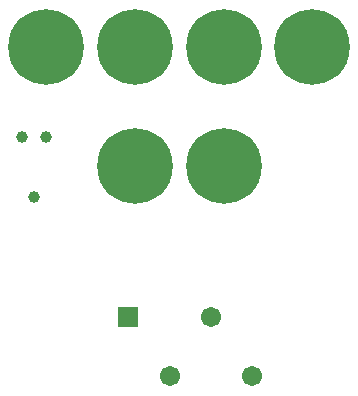
<source format=gbr>
%TF.GenerationSoftware,KiCad,Pcbnew,7.0.6*%
%TF.CreationDate,2023-10-04T19:29:37-04:00*%
%TF.ProjectId,Encoder_Pulse_Generic_ATTINY85,456e636f-6465-4725-9f50-756c73655f47,rev?*%
%TF.SameCoordinates,Original*%
%TF.FileFunction,Soldermask,Bot*%
%TF.FilePolarity,Negative*%
%FSLAX46Y46*%
G04 Gerber Fmt 4.6, Leading zero omitted, Abs format (unit mm)*
G04 Created by KiCad (PCBNEW 7.0.6) date 2023-10-04 19:29:37*
%MOMM*%
%LPD*%
G01*
G04 APERTURE LIST*
G04 Aperture macros list*
%AMRoundRect*
0 Rectangle with rounded corners*
0 $1 Rounding radius*
0 $2 $3 $4 $5 $6 $7 $8 $9 X,Y pos of 4 corners*
0 Add a 4 corners polygon primitive as box body*
4,1,4,$2,$3,$4,$5,$6,$7,$8,$9,$2,$3,0*
0 Add four circle primitives for the rounded corners*
1,1,$1+$1,$2,$3*
1,1,$1+$1,$4,$5*
1,1,$1+$1,$6,$7*
1,1,$1+$1,$8,$9*
0 Add four rect primitives between the rounded corners*
20,1,$1+$1,$2,$3,$4,$5,0*
20,1,$1+$1,$4,$5,$6,$7,0*
20,1,$1+$1,$6,$7,$8,$9,0*
20,1,$1+$1,$8,$9,$2,$3,0*%
G04 Aperture macros list end*
%ADD10C,0.990600*%
%ADD11C,1.712000*%
%ADD12RoundRect,0.102000X-0.754000X-0.754000X0.754000X-0.754000X0.754000X0.754000X-0.754000X0.754000X0*%
%ADD13C,6.400000*%
%ADD14C,3.600000*%
G04 APERTURE END LIST*
D10*
%TO.C,J2*%
X127000000Y-83820000D03*
X124968000Y-83820000D03*
X125984000Y-88900000D03*
%TD*%
D11*
%TO.C,J1*%
X144455138Y-104060000D03*
X140955138Y-99060000D03*
X137455138Y-104060000D03*
D12*
X133955138Y-99060000D03*
%TD*%
D13*
%TO.C,REF\u002A\u002A*%
X142000000Y-86200000D03*
D14*
X142000000Y-86200000D03*
%TD*%
D13*
%TO.C,REF\u002A\u002A*%
X134500000Y-86200000D03*
D14*
X134500000Y-86200000D03*
%TD*%
D13*
%TO.C,REF\u002A\u002A*%
X149500000Y-76200000D03*
D14*
X149500000Y-76200000D03*
%TD*%
D13*
%TO.C,REF\u002A\u002A*%
X142000000Y-76200000D03*
D14*
X142000000Y-76200000D03*
%TD*%
D13*
%TO.C,REF\u002A\u002A*%
X134500000Y-76200000D03*
D14*
X134500000Y-76200000D03*
%TD*%
%TO.C,REF\u002A\u002A*%
X127000000Y-76200000D03*
D13*
X127000000Y-76200000D03*
%TD*%
M02*

</source>
